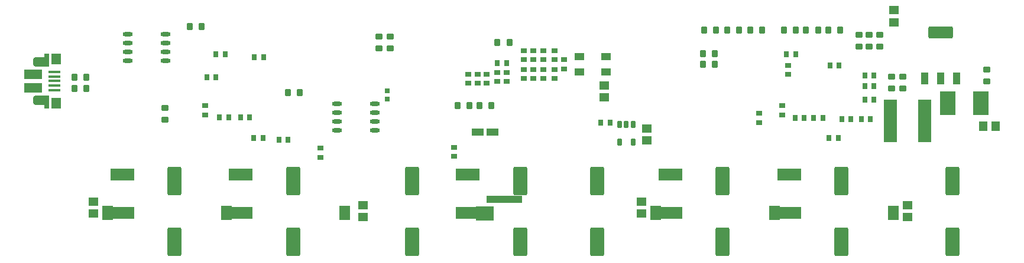
<source format=gbp>
G04*
G04 #@! TF.GenerationSoftware,Altium Limited,Altium Designer,20.0.11 (256)*
G04*
G04 Layer_Color=128*
%FSLAX25Y25*%
%MOIN*%
G70*
G01*
G75*
%ADD27R,0.10236X0.08268*%
%ADD28R,0.20079X0.04331*%
%ADD29R,0.06299X0.08268*%
%ADD30R,0.06693X0.03937*%
G04:AMPARAMS|DCode=31|XSize=39.37mil|YSize=35.43mil|CornerRadius=4.43mil|HoleSize=0mil|Usage=FLASHONLY|Rotation=180.000|XOffset=0mil|YOffset=0mil|HoleType=Round|Shape=RoundedRectangle|*
%AMROUNDEDRECTD31*
21,1,0.03937,0.02657,0,0,180.0*
21,1,0.03051,0.03543,0,0,180.0*
1,1,0.00886,-0.01526,0.01329*
1,1,0.00886,0.01526,0.01329*
1,1,0.00886,0.01526,-0.01329*
1,1,0.00886,-0.01526,-0.01329*
%
%ADD31ROUNDEDRECTD31*%
G04:AMPARAMS|DCode=32|XSize=39.37mil|YSize=35.43mil|CornerRadius=4.43mil|HoleSize=0mil|Usage=FLASHONLY|Rotation=270.000|XOffset=0mil|YOffset=0mil|HoleType=Round|Shape=RoundedRectangle|*
%AMROUNDEDRECTD32*
21,1,0.03937,0.02657,0,0,270.0*
21,1,0.03051,0.03543,0,0,270.0*
1,1,0.00886,-0.01329,-0.01526*
1,1,0.00886,-0.01329,0.01526*
1,1,0.00886,0.01329,0.01526*
1,1,0.00886,0.01329,-0.01526*
%
%ADD32ROUNDEDRECTD32*%
%ADD39R,0.02756X0.03347*%
%ADD40R,0.03347X0.02756*%
G04:AMPARAMS|DCode=79|XSize=51.18mil|YSize=86.61mil|CornerRadius=12.8mil|HoleSize=0mil|Usage=FLASHONLY|Rotation=90.000|XOffset=0mil|YOffset=0mil|HoleType=Round|Shape=RoundedRectangle|*
%AMROUNDEDRECTD79*
21,1,0.05118,0.06102,0,0,90.0*
21,1,0.02559,0.08661,0,0,90.0*
1,1,0.02559,0.03051,0.01280*
1,1,0.02559,0.03051,-0.01280*
1,1,0.02559,-0.03051,-0.01280*
1,1,0.02559,-0.03051,0.01280*
%
%ADD79ROUNDEDRECTD79*%
%ADD88R,0.04921X0.05709*%
%ADD89R,0.08858X0.13780*%
G04:AMPARAMS|DCode=90|XSize=137.8mil|YSize=68.9mil|CornerRadius=8.61mil|HoleSize=0mil|Usage=FLASHONLY|Rotation=180.000|XOffset=0mil|YOffset=0mil|HoleType=Round|Shape=RoundedRectangle|*
%AMROUNDEDRECTD90*
21,1,0.13780,0.05167,0,0,180.0*
21,1,0.12057,0.06890,0,0,180.0*
1,1,0.01722,-0.06029,0.02584*
1,1,0.01722,0.06029,0.02584*
1,1,0.01722,0.06029,-0.02584*
1,1,0.01722,-0.06029,-0.02584*
%
%ADD90ROUNDEDRECTD90*%
G04:AMPARAMS|DCode=91|XSize=43.31mil|YSize=68.9mil|CornerRadius=5.41mil|HoleSize=0mil|Usage=FLASHONLY|Rotation=180.000|XOffset=0mil|YOffset=0mil|HoleType=Round|Shape=RoundedRectangle|*
%AMROUNDEDRECTD91*
21,1,0.04331,0.05807,0,0,180.0*
21,1,0.03248,0.06890,0,0,180.0*
1,1,0.01083,-0.01624,0.02904*
1,1,0.01083,0.01624,0.02904*
1,1,0.01083,0.01624,-0.02904*
1,1,0.01083,-0.01624,-0.02904*
%
%ADD91ROUNDEDRECTD91*%
G04:AMPARAMS|DCode=92|XSize=43.31mil|YSize=68.9mil|CornerRadius=5.41mil|HoleSize=0mil|Usage=FLASHONLY|Rotation=180.000|XOffset=0mil|YOffset=0mil|HoleType=Round|Shape=RoundedRectangle|*
%AMROUNDEDRECTD92*
21,1,0.04331,0.05807,0,0,180.0*
21,1,0.03248,0.06890,0,0,180.0*
1,1,0.01083,-0.01624,0.02904*
1,1,0.01083,0.01624,0.02904*
1,1,0.01083,0.01624,-0.02904*
1,1,0.01083,-0.01624,-0.02904*
%
%ADD92ROUNDEDRECTD92*%
%ADD93R,0.05709X0.04921*%
G04:AMPARAMS|DCode=94|XSize=23.62mil|YSize=39.37mil|CornerRadius=2.95mil|HoleSize=0mil|Usage=FLASHONLY|Rotation=0.000|XOffset=0mil|YOffset=0mil|HoleType=Round|Shape=RoundedRectangle|*
%AMROUNDEDRECTD94*
21,1,0.02362,0.03347,0,0,0.0*
21,1,0.01772,0.03937,0,0,0.0*
1,1,0.00591,0.00886,-0.01673*
1,1,0.00591,-0.00886,-0.01673*
1,1,0.00591,-0.00886,0.01673*
1,1,0.00591,0.00886,0.01673*
%
%ADD94ROUNDEDRECTD94*%
%ADD96R,0.03150X0.02559*%
G04:AMPARAMS|DCode=97|XSize=78.74mil|YSize=161.42mil|CornerRadius=9.84mil|HoleSize=0mil|Usage=FLASHONLY|Rotation=180.000|XOffset=0mil|YOffset=0mil|HoleType=Round|Shape=RoundedRectangle|*
%AMROUNDEDRECTD97*
21,1,0.07874,0.14173,0,0,180.0*
21,1,0.05906,0.16142,0,0,180.0*
1,1,0.01968,-0.02953,0.07087*
1,1,0.01968,0.02953,0.07087*
1,1,0.01968,0.02953,-0.07087*
1,1,0.01968,-0.02953,-0.07087*
%
%ADD97ROUNDEDRECTD97*%
%ADD98R,0.13583X0.07087*%
%ADD99R,0.05512X0.03937*%
%ADD100O,0.05709X0.02362*%
%ADD101R,0.07795X0.24488*%
%ADD102R,0.06890X0.01575*%
%ADD103R,0.09843X0.05610*%
%ADD104R,0.05748X0.06299*%
%ADD105R,0.02756X0.07185*%
D27*
X259449Y73425D02*
D03*
D28*
X270669Y81693D02*
D03*
D29*
X46850Y73819D02*
D03*
X113779D02*
D03*
X180709D02*
D03*
X355906D02*
D03*
X422835D02*
D03*
X489764D02*
D03*
D30*
X255709Y119685D02*
D03*
X263976D02*
D03*
D31*
X200000Y173425D02*
D03*
Y166732D02*
D03*
X206299Y173425D02*
D03*
Y166732D02*
D03*
X79134Y126575D02*
D03*
Y133268D02*
D03*
X495275Y144291D02*
D03*
Y150984D02*
D03*
X488976Y144291D02*
D03*
Y150984D02*
D03*
X482283Y167913D02*
D03*
Y174606D02*
D03*
X476378D02*
D03*
Y167913D02*
D03*
X470472Y174606D02*
D03*
Y167913D02*
D03*
X542520Y148228D02*
D03*
Y154921D02*
D03*
D32*
X389173Y163779D02*
D03*
X382480D02*
D03*
X389173Y157874D02*
D03*
X382480D02*
D03*
X453346Y177165D02*
D03*
X460039D02*
D03*
X440748Y177253D02*
D03*
X447441D02*
D03*
X428150Y177165D02*
D03*
X434842D02*
D03*
X415945Y177165D02*
D03*
X409252D02*
D03*
X402953Y177165D02*
D03*
X396260D02*
D03*
X389961Y177165D02*
D03*
X383268D02*
D03*
X273425Y170079D02*
D03*
X266732D02*
D03*
X263189Y134645D02*
D03*
X256496D02*
D03*
X250984Y134646D02*
D03*
X244291D02*
D03*
X148622Y141732D02*
D03*
X155315D02*
D03*
X34843Y144094D02*
D03*
X28150D02*
D03*
X34843Y150394D02*
D03*
X28150D02*
D03*
X99803Y179134D02*
D03*
X93110D02*
D03*
D39*
X330118Y124803D02*
D03*
X325000D02*
D03*
X266732Y158661D02*
D03*
X271850D02*
D03*
X478937Y151575D02*
D03*
X473819D02*
D03*
X478937Y137795D02*
D03*
X473819D02*
D03*
X478937Y145669D02*
D03*
X473819D02*
D03*
X471850Y126772D02*
D03*
X476968D02*
D03*
X460827D02*
D03*
X465945D02*
D03*
X453740Y116142D02*
D03*
X458858D02*
D03*
X459252Y157087D02*
D03*
X454134D02*
D03*
X445079Y127559D02*
D03*
X450197D02*
D03*
X429724Y163386D02*
D03*
X434842D02*
D03*
X439567Y127559D02*
D03*
X434449D02*
D03*
X143504Y115354D02*
D03*
X148622D02*
D03*
X129331Y116142D02*
D03*
X134449D02*
D03*
X134843Y161811D02*
D03*
X129724D02*
D03*
X121850Y127953D02*
D03*
X126969D02*
D03*
X108071Y163386D02*
D03*
X113189D02*
D03*
X115157Y127953D02*
D03*
X110039D02*
D03*
X102953Y150394D02*
D03*
X108071D02*
D03*
D40*
X255512Y152165D02*
D03*
Y147047D02*
D03*
X260630Y152165D02*
D03*
Y147047D02*
D03*
X287008Y165551D02*
D03*
Y160433D02*
D03*
X292520Y165551D02*
D03*
Y160433D02*
D03*
X298819Y154921D02*
D03*
Y149803D02*
D03*
X287008Y154921D02*
D03*
Y149803D02*
D03*
X281496Y160433D02*
D03*
Y165551D02*
D03*
X298819D02*
D03*
Y160433D02*
D03*
X281496Y149803D02*
D03*
Y154921D02*
D03*
X292520Y149803D02*
D03*
Y154921D02*
D03*
X304331Y155315D02*
D03*
Y160433D02*
D03*
X272047Y153347D02*
D03*
Y148228D02*
D03*
X414173Y125000D02*
D03*
Y130118D02*
D03*
X430709Y157283D02*
D03*
Y152165D02*
D03*
X427165Y129331D02*
D03*
Y134449D02*
D03*
X250394Y152165D02*
D03*
Y147047D02*
D03*
X166929Y105315D02*
D03*
Y110433D02*
D03*
X101969Y129331D02*
D03*
Y134449D02*
D03*
X266535Y153347D02*
D03*
Y148228D02*
D03*
X242126Y105709D02*
D03*
Y110827D02*
D03*
D79*
X9351Y159154D02*
D03*
Y137697D02*
D03*
D88*
X547441Y122835D02*
D03*
X540748D02*
D03*
D89*
X520571Y135827D02*
D03*
X539272D02*
D03*
D90*
X516535Y175984D02*
D03*
D91*
X507480Y150000D02*
D03*
X516535D02*
D03*
D92*
X525591D02*
D03*
D93*
X490158Y188386D02*
D03*
Y181693D02*
D03*
X38976Y80118D02*
D03*
Y73425D02*
D03*
X498031Y78149D02*
D03*
Y71457D02*
D03*
X348031Y80118D02*
D03*
Y73425D02*
D03*
X350787Y114764D02*
D03*
Y121457D02*
D03*
X190945Y78149D02*
D03*
Y71457D02*
D03*
X326772Y145866D02*
D03*
Y139173D02*
D03*
D94*
X335630Y113779D02*
D03*
X343110Y124016D02*
D03*
X339370D02*
D03*
X335630D02*
D03*
X343110Y113779D02*
D03*
D96*
X204724Y143012D02*
D03*
Y138091D02*
D03*
D97*
X393701Y57677D02*
D03*
Y91929D02*
D03*
X151575Y57677D02*
D03*
Y91929D02*
D03*
X523228Y57677D02*
D03*
Y91929D02*
D03*
X279527Y57677D02*
D03*
Y91929D02*
D03*
X322834Y57677D02*
D03*
Y91929D02*
D03*
X460630Y57677D02*
D03*
Y91929D02*
D03*
X218504Y57677D02*
D03*
Y91929D02*
D03*
X84645Y57677D02*
D03*
Y91929D02*
D03*
D98*
X431102Y95571D02*
D03*
Y73721D02*
D03*
X364173Y95571D02*
D03*
Y73721D02*
D03*
X250000Y95571D02*
D03*
Y73721D02*
D03*
X122047Y95571D02*
D03*
Y73721D02*
D03*
X55118Y95571D02*
D03*
Y73721D02*
D03*
D99*
X327953Y162205D02*
D03*
X312992D02*
D03*
X327953Y153543D02*
D03*
X312992D02*
D03*
D100*
X176279Y120453D02*
D03*
Y125453D02*
D03*
Y130453D02*
D03*
Y135453D02*
D03*
X197736Y120453D02*
D03*
Y125453D02*
D03*
Y130453D02*
D03*
Y135453D02*
D03*
X58169Y159823D02*
D03*
Y164823D02*
D03*
Y169823D02*
D03*
X79626Y164823D02*
D03*
Y169823D02*
D03*
Y159823D02*
D03*
X58169Y174823D02*
D03*
X79626D02*
D03*
D101*
X507717Y125984D02*
D03*
X488346D02*
D03*
D102*
X17028Y153543D02*
D03*
Y145866D02*
D03*
Y150984D02*
D03*
Y148425D02*
D03*
Y143307D02*
D03*
D103*
X4921Y152165D02*
D03*
Y144685D02*
D03*
D104*
X17815Y135827D02*
D03*
Y161024D02*
D03*
D105*
X12598Y136665D02*
D03*
Y160187D02*
D03*
M02*

</source>
